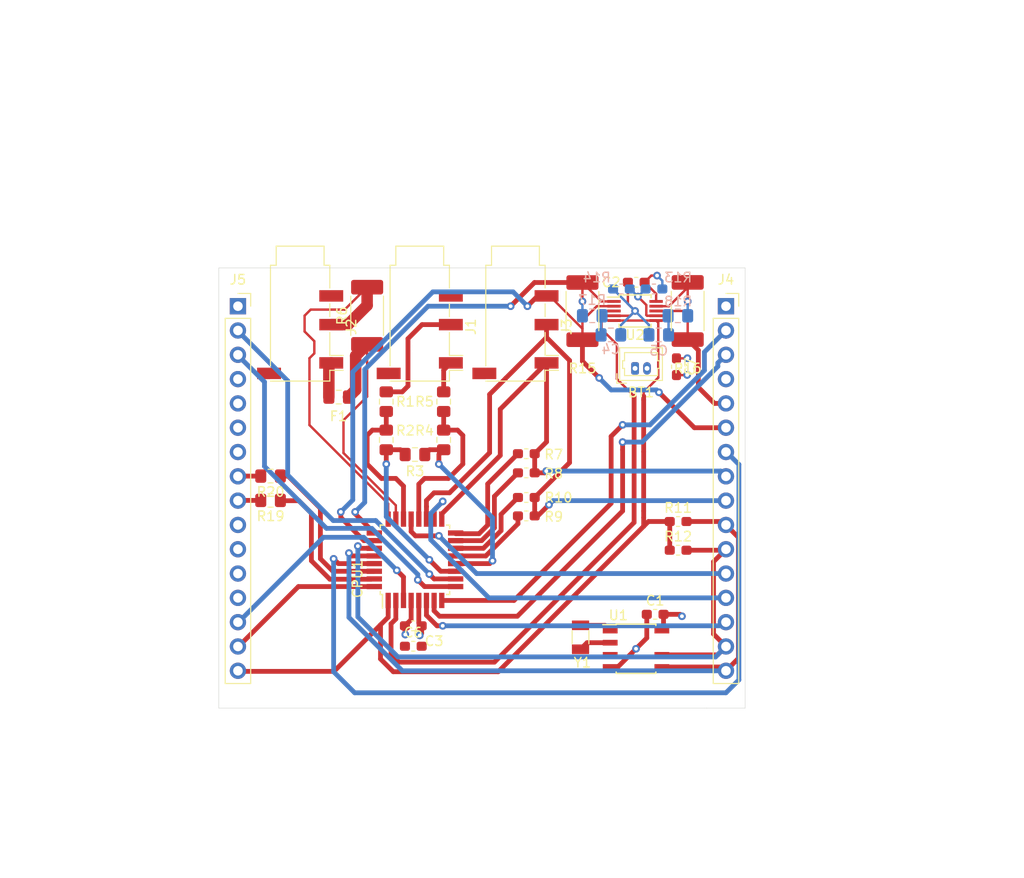
<source format=kicad_pcb>
(kicad_pcb (version 20171130) (host pcbnew "(5.1.6)-1")
  (layers (0 F.Cu signal) (1 In1.Cu signal hide) (2 In2.Cu signal hide) (31 B.Cu signal) (34 B.Paste user hide) (35 F.Paste user hide) (36 B.SilkS user hide) (37 F.SilkS user hide) (38 B.Mask user hide) (39 F.Mask user hide) (44 Edge.Cuts user))
  (net 0 "")
  (net 1 /PD3)
  (net 2 /PD2)
  (net 3 /ADC11)
  (net 4 "Net-(J1-Pad2)")
  (net 5 "Net-(J1-Pad3)")
  (net 6 "Net-(J1-Pad4)")
  (net 7 /ADC2)
  (net 8 /PB1)
  (net 9 /PB2)
  (net 10 /PB3)
  (net 11 /PB4)
  (net 12 "Net-(U1-Pad2)")
  (net 13 "Net-(U1-Pad1)")
  (net 14 /ADC3)
  (net 15 /D1)
  (net 16 /D0)
  (net 17 /RESET)
  (net 18 /SDA)
  (net 19 /SCL)
  (net 20 /ADC1)
  (net 21 /ADC0)
  (net 22 /ADC7)
  (net 23 /SWD)
  (net 24 /ADC6)
  (net 25 /SWC)
  (net 26 /PB0)
  (net 27 /VCC)
  (net 28 /PE4)
  (net 29 /PD4)
  (net 30 "Net-(F1-Pad1)")
  (net 31 /VCC_HALF)
  (net 32 "Net-(R16-Pad2)")
  (net 33 /GND)
  (net 34 "Net-(J1-Pad5)")
  (net 35 "Net-(J2-Pad5)")
  (net 36 "Net-(J3-Pad5)")
  (net 37 "Net-(R13-Pad2)")
  (net 38 "Net-(U1-Pad3)")
  (net 39 /ADC10)
  (net 40 "Net-(J2-Pad2)")
  (net 41 /PD7)
  (net 42 /PD6)
  (net 43 /PD5)
  (net 44 /PB7)
  (net 45 /PB6)
  (net 46 /PE5)
  (net 47 "Net-(C4-Pad2)")
  (net 48 "Net-(C5-Pad2)")
  (net 49 "Net-(CPU1-Pad30)")
  (net 50 "Net-(CPU1-Pad31)")
  (module Capacitor_SMD:C_0603_1608Metric_Pad1.05x0.95mm_HandSolder (layer F.Cu) (at 120.32488 89.535)
    (fp_text reference C6 (at 0 -1.43) (layer F.SilkS))
    (fp_text value 10n)
    (pad 2 smd roundrect (at 0.875 0) (size 1.05 0.95) (layers F.Cu F.Paste F.Mask) (net 33 /GND))
    (pad 1 smd roundrect (at -0.875 0) (size 1.05 0.95) (layers F.Cu F.Paste F.Mask) (net 27 /VCC))
  )
  (module Capacitor_SMD:C_0603_1608Metric_Pad1.05x0.95mm_HandSolder (layer F.Cu) (at 147.828 60.325 270)
    (fp_text reference C7 (at 0 -1.43 270) (layer F.SilkS))
    (fp_text value 10u)
    (pad 1 smd roundrect (at -0.875 0 270) (size 1.05 0.95) (layers F.Cu F.Paste F.Mask) (net 27 /VCC))
    (pad 2 smd roundrect (at 0.875 0 270) (size 1.05 0.95) (layers F.Cu F.Paste F.Mask) (net 33 /GND))
  )
  (module Resistor_SMD:R_0805_2012Metric_Pad1.15x1.40mm_HandSolder (layer F.Cu) (at 105.41 74.295 180)
    (fp_text reference R19 (at 0 -1.65 180) (layer F.SilkS))
    (fp_text value 1k)
    (pad 2 smd roundrect (at 1.025 0 180) (size 1.15 1.4) (layers F.Cu F.Paste F.Mask) (roundrect_rratio 0.217391) (net 15 /D1))
    (pad 1 smd roundrect (at -1.025 0 180) (size 1.15 1.4) (layers F.Cu F.Paste F.Mask) (roundrect_rratio 0.217391) (net 50 "Net-(CPU1-Pad31)"))
  )
  (module Resistor_SMD:R_0805_2012Metric_Pad1.15x1.40mm_HandSolder (layer F.Cu) (at 105.41 71.755 180)
    (fp_text reference R20 (at 0 -1.65 180) (layer F.SilkS))
    (fp_text value 1k)
    (pad 1 smd roundrect (at -1.025 0 180) (size 1.15 1.4) (layers F.Cu F.Paste F.Mask) (roundrect_rratio 0.217391) (net 49 "Net-(CPU1-Pad30)"))
    (pad 2 smd roundrect (at 1.025 0 180) (size 1.15 1.4) (layers F.Cu F.Paste F.Mask) (roundrect_rratio 0.217391) (net 16 /D0))
  )
  (module Resistor_SMD:R_0805_2012Metric_Pad1.15x1.40mm_HandSolder (layer B.Cu) (at 147.975001 55)
    (fp_text reference R18 (at 0.024999 -1.5 180) (layer B.SilkS) (effects (justify mirror)))
    (fp_text value R_Small)
    (pad 2 smd roundrect (at 1.025 0) (size 1.15 1.4) (layers B.Cu B.Paste B.Mask) (roundrect_rratio 0.217391) (net 32 "Net-(R16-Pad2)"))
    (pad 1 smd roundrect (at -1.025 0) (size 1.15 1.4) (layers B.Cu B.Paste B.Mask) (roundrect_rratio 0.217391) (net 48 "Net-(C5-Pad2)"))
  )
  (module Resistor_SMD:R_0805_2012Metric_Pad1.15x1.40mm_HandSolder (layer B.Cu) (at 139.024999 55 180)
    (fp_text reference R17 (at 0 1.65 180) (layer B.SilkS) (effects (justify mirror)))
    (fp_text value R_Small)
    (pad 2 smd roundrect (at 1.025 0 180) (size 1.15 1.4) (layers B.Cu B.Paste B.Mask) (roundrect_rratio 0.217391) (net 7 /ADC2))
    (pad 1 smd roundrect (at -1.025 0 180) (size 1.15 1.4) (layers B.Cu B.Paste B.Mask) (roundrect_rratio 0.217391) (net 47 "Net-(C4-Pad2)"))
  )
  (module Capacitor_SMD:C_0805_2012Metric_Pad1.15x1.40mm_HandSolder (layer B.Cu) (at 145.975 57)
    (fp_text reference C5 (at 0 1.65 180) (layer B.SilkS) (effects (justify mirror)))
    (fp_text value C_Small)
    (pad 2 smd roundrect (at 1.025 0) (size 1.15 1.4) (layers B.Cu B.Paste B.Mask) (roundrect_rratio 0.217391) (net 48 "Net-(C5-Pad2)"))
    (pad 1 smd roundrect (at -1.025 0) (size 1.15 1.4) (layers B.Cu B.Paste B.Mask) (roundrect_rratio 0.217391) (net 33 /GND))
  )
  (module Capacitor_SMD:C_0805_2012Metric_Pad1.15x1.40mm_HandSolder (layer B.Cu) (at 140.975 57 180)
    (fp_text reference C4 (at 0 -1.5 180) (layer B.SilkS) (effects (justify mirror)))
    (fp_text value C_Small)
    (pad 2 smd roundrect (at 1.025 0 180) (size 1.15 1.4) (layers B.Cu B.Paste B.Mask) (roundrect_rratio 0.217391) (net 47 "Net-(C4-Pad2)"))
    (pad 1 smd roundrect (at -1.025 0 180) (size 1.15 1.4) (layers B.Cu B.Paste B.Mask) (roundrect_rratio 0.217391) (net 33 /GND))
  )
  (module Crystal:Crystal_SMD_3215-2Pin_3.2x1.5mm (layer F.Cu) (at 137.8 88.6 270)
    (fp_text reference Y1 (at 2.65 -0.2 180) (layer F.SilkS))
    (fp_text value 32kHz)
    (pad 2 smd rect (at -1.25 0 270) (size 1 1.8) (layers F.Cu F.Paste F.Mask) (net 13 "Net-(U1-Pad1)"))
    (pad 1 smd rect (at 1.25 0 270) (size 1 1.8) (layers F.Cu F.Paste F.Mask) (net 12 "Net-(U1-Pad2)"))
  )
  (module Package_SO:MSOP-10_3x3mm_P0.5mm (layer F.Cu) (at 143.5 54.5)
    (fp_text reference U2 (at 0 2.5) (layer F.SilkS))
    (fp_text value AD8592)
    (pad 10 smd rect (at 2.2 -1) (size 1.4 0.3) (layers F.Cu F.Paste F.Mask) (net 27 /VCC))
    (pad 9 smd rect (at 2.2 -0.5) (size 1.4 0.3) (layers F.Cu F.Paste F.Mask) (net 32 "Net-(R16-Pad2)"))
    (pad 8 smd rect (at 2.2 0) (size 1.4 0.3) (layers F.Cu F.Paste F.Mask) (net 31 /VCC_HALF))
    (pad 7 smd rect (at 2.2 0.5) (size 1.4 0.3) (layers F.Cu F.Paste F.Mask) (net 37 "Net-(R13-Pad2)"))
    (pad 6 smd rect (at 2.2 1) (size 1.4 0.3) (layers F.Cu F.Paste F.Mask) (net 1 /PD3))
    (pad 5 smd rect (at -2.2 1) (size 1.4 0.3) (layers F.Cu F.Paste F.Mask) (net 1 /PD3))
    (pad 4 smd rect (at -2.2 0.5) (size 1.4 0.3) (layers F.Cu F.Paste F.Mask) (net 33 /GND))
    (pad 3 smd rect (at -2.2 0) (size 1.4 0.3) (layers F.Cu F.Paste F.Mask) (net 29 /PD4))
    (pad 2 smd rect (at -2.2 -0.5) (size 1.4 0.3) (layers F.Cu F.Paste F.Mask) (net 14 /ADC3))
    (pad 1 smd rect (at -2.2 -1) (size 1.4 0.3) (layers F.Cu F.Paste F.Mask) (net 7 /ADC2))
  )
  (module Package_SO:SOIC-8-N7_3.9x4.9mm_P1.27mm (layer F.Cu) (at 143.6 89.8)
    (fp_text reference U1 (at -1.85 -3.5) (layer F.SilkS))
    (fp_text value PCF85163-SO08)
    (pad 8 smd rect (at 2.7 -1.905) (size 1.55 0.6) (layers F.Cu F.Paste F.Mask) (net 27 /VCC))
    (pad 6 smd rect (at 2.7 0.635) (size 1.55 0.6) (layers F.Cu F.Paste F.Mask) (net 19 /SCL))
    (pad 5 smd rect (at 2.7 1.905) (size 1.55 0.6) (layers F.Cu F.Paste F.Mask) (net 18 /SDA))
    (pad 4 smd rect (at -2.7 1.905) (size 1.55 0.6) (layers F.Cu F.Paste F.Mask) (net 33 /GND))
    (pad 3 smd rect (at -2.7 0.635) (size 1.55 0.6) (layers F.Cu F.Paste F.Mask) (net 38 "Net-(U1-Pad3)"))
    (pad 2 smd rect (at -2.7 -0.635) (size 1.55 0.6) (layers F.Cu F.Paste F.Mask) (net 12 "Net-(U1-Pad2)"))
    (pad 1 smd rect (at -2.7 -1.905) (size 1.55 0.6) (layers F.Cu F.Paste F.Mask) (net 13 "Net-(U1-Pad1)"))
  )
  (module Resistor_SMD:R_2512_6332Metric_Pad1.52x3.35mm_HandSolder (layer F.Cu) (at 149 54.5 90)
    (fp_text reference R16 (at -6 0 180) (layer F.SilkS))
    (fp_text value 30)
    (pad 2 smd roundrect (at 2.9875 0 90) (size 1.525 3.35) (layers F.Cu F.Paste F.Mask) (roundrect_rratio 0.163934) (net 32 "Net-(R16-Pad2)"))
    (pad 1 smd roundrect (at -2.9875 0 90) (size 1.525 3.35) (layers F.Cu F.Paste F.Mask) (roundrect_rratio 0.163934) (net 31 /VCC_HALF))
  )
  (module Resistor_SMD:R_2512_6332Metric_Pad1.52x3.35mm_HandSolder (layer F.Cu) (at 138 54.5125 90)
    (fp_text reference R15 (at -5.9875 0 180) (layer F.SilkS))
    (fp_text value R)
    (pad 2 smd roundrect (at 2.9875 0 90) (size 1.525 3.35) (layers F.Cu F.Paste F.Mask) (roundrect_rratio 0.163934) (net 7 /ADC2))
    (pad 1 smd roundrect (at -2.9875 0 90) (size 1.525 3.35) (layers F.Cu F.Paste F.Mask) (roundrect_rratio 0.163934) (net 14 /ADC3))
  )
  (module Resistor_SMD:R_0603_1608Metric_Pad1.05x0.95mm_HandSolder (layer B.Cu) (at 142.075 52.2 180)
    (fp_text reference R14 (at 2.575 1.2 180) (layer B.SilkS) (effects (justify mirror)))
    (fp_text value 1M)
    (pad 2 smd roundrect (at 0.875 0 180) (size 1.05 0.95) (layers B.Cu B.Paste B.Mask) (net 33 /GND))
    (pad 1 smd roundrect (at -0.875 0 180) (size 1.05 0.95) (layers B.Cu B.Paste B.Mask) (net 37 "Net-(R13-Pad2)"))
  )
  (module Resistor_SMD:R_0603_1608Metric_Pad1.05x0.95mm_HandSolder (layer B.Cu) (at 145.474999 52.2 180)
    (fp_text reference R13 (at -2.525001 1.2 180) (layer B.SilkS) (effects (justify mirror)))
    (fp_text value 1M)
    (pad 2 smd roundrect (at 0.875 0 180) (size 1.05 0.95) (layers B.Cu B.Paste B.Mask) (net 37 "Net-(R13-Pad2)"))
    (pad 1 smd roundrect (at -0.875 0 180) (size 1.05 0.95) (layers B.Cu B.Paste B.Mask) (net 27 /VCC))
  )
  (module Resistor_SMD:R_0603_1608Metric_Pad1.05x0.95mm_HandSolder (layer F.Cu) (at 148 79.5)
    (fp_text reference R12 (at 0 -1.43) (layer F.SilkS))
    (fp_text value R)
    (pad 2 smd roundrect (at 0.875 0) (size 1.05 0.95) (layers F.Cu F.Paste F.Mask) (net 18 /SDA))
    (pad 1 smd roundrect (at -0.875 0) (size 1.05 0.95) (layers F.Cu F.Paste F.Mask) (net 1 /PD3))
  )
  (module Resistor_SMD:R_0603_1608Metric_Pad1.05x0.95mm_HandSolder (layer F.Cu) (at 148 76.5)
    (fp_text reference R11 (at 0 -1.43) (layer F.SilkS))
    (fp_text value R)
    (pad 2 smd roundrect (at 0.875 0) (size 1.05 0.95) (layers F.Cu F.Paste F.Mask) (net 19 /SCL))
    (pad 1 smd roundrect (at -0.875 0) (size 1.05 0.95) (layers F.Cu F.Paste F.Mask) (net 1 /PD3))
  )
  (module Capacitor_SMD:C_0603_1608Metric_Pad1.05x0.95mm_HandSolder (layer F.Cu) (at 120.325 87.4)
    (fp_text reference C3 (at 2.175 1.6) (layer F.SilkS))
    (fp_text value 100n)
    (pad 2 smd roundrect (at 0.875 0) (size 1.05 0.95) (layers F.Cu F.Paste F.Mask) (net 33 /GND))
    (pad 1 smd roundrect (at -0.875 0) (size 1.05 0.95) (layers F.Cu F.Paste F.Mask) (net 27 /VCC))
  )
  (module Capacitor_SMD:C_0603_1608Metric_Pad1.05x0.95mm_HandSolder (layer F.Cu) (at 143.625001 51.5 180)
    (fp_text reference C2 (at 2.625001 0) (layer F.SilkS))
    (fp_text value 100n)
    (pad 2 smd roundrect (at 0.875 0 180) (size 1.05 0.95) (layers F.Cu F.Paste F.Mask) (net 33 /GND))
    (pad 1 smd roundrect (at -0.875 0 180) (size 1.05 0.95) (layers F.Cu F.Paste F.Mask) (net 27 /VCC))
  )
  (module Capacitor_SMD:C_0603_1608Metric_Pad1.05x0.95mm_HandSolder (layer F.Cu) (at 145.6 86.2)
    (fp_text reference C1 (at 0 -1.43) (layer F.SilkS))
    (fp_text value 100n)
    (pad 2 smd roundrect (at 0.875 0) (size 1.05 0.95) (layers F.Cu F.Paste F.Mask) (net 27 /VCC))
    (pad 1 smd roundrect (at -0.875 0) (size 1.05 0.95) (layers F.Cu F.Paste F.Mask) (net 33 /GND))
  )
  (module Multimeter_Watch_Custom_Footprints:Jack_3.5mm_PJ320D_Horizontal_renamedPins (layer F.Cu) (at 108.5 56.1 270)
    (fp_text reference J2 (at 0.05 -5.35 90) (layer F.SilkS))
    (fp_text value AudioJack3_Ground_renamedPins)
    (pad "" np_thru_hole circle (at 2.225 0 270) (size 1.5 1.5) (drill 1.5) (layers *.Cu *.Mask))
    (pad "" np_thru_hole circle (at -4.775 0 270) (size 1.5 1.5) (drill 1.5) (layers *.Cu *.Mask))
    (pad 2 smd rect (at -3.175 -3.25 270) (size 1.2 2.5) (layers F.Cu F.Paste F.Mask) (net 40 "Net-(J2-Pad2)"))
    (pad 3 smd rect (at -0.175 -3.25 270) (size 1.2 2.5) (layers F.Cu F.Paste F.Mask) (net 20 /ADC1))
    (pad 4 smd rect (at 3.825 -3.25 270) (size 1.2 2.5) (layers F.Cu F.Paste F.Mask) (net 30 "Net-(F1-Pad1)"))
    (pad 5 smd rect (at 4.925 3.25 270) (size 1.2 2.5) (layers F.Cu F.Paste F.Mask) (net 35 "Net-(J2-Pad5)"))
  )
  (module Package_QFP:TQFP-32_7x7mm_P0.8mm (layer F.Cu) (at 120.5 80.5 90)
    (fp_text reference CPU1 (at -2 -6 90) (layer F.SilkS))
    (fp_text value LGT8F328P-QFP32L)
    (pad 32 smd rect (at -2.8 -4.25 180) (size 1.6 0.55) (layers F.Cu F.Paste F.Mask) (net 2 /PD2))
    (pad 31 smd rect (at -2 -4.25 180) (size 1.6 0.55) (layers F.Cu F.Paste F.Mask) (net 50 "Net-(CPU1-Pad31)"))
    (pad 30 smd rect (at -1.2 -4.25 180) (size 1.6 0.55) (layers F.Cu F.Paste F.Mask) (net 49 "Net-(CPU1-Pad30)"))
    (pad 29 smd rect (at -0.4 -4.25 180) (size 1.6 0.55) (layers F.Cu F.Paste F.Mask) (net 17 /RESET))
    (pad 28 smd rect (at 0.4 -4.25 180) (size 1.6 0.55) (layers F.Cu F.Paste F.Mask) (net 18 /SDA))
    (pad 27 smd rect (at 1.2 -4.25 180) (size 1.6 0.55) (layers F.Cu F.Paste F.Mask) (net 19 /SCL))
    (pad 26 smd rect (at 2 -4.25 180) (size 1.6 0.55) (layers F.Cu F.Paste F.Mask) (net 14 /ADC3))
    (pad 25 smd rect (at 2.8 -4.25 180) (size 1.6 0.55) (layers F.Cu F.Paste F.Mask) (net 7 /ADC2))
    (pad 24 smd rect (at 4.25 -2.8 90) (size 1.6 0.55) (layers F.Cu F.Paste F.Mask) (net 20 /ADC1))
    (pad 23 smd rect (at 4.25 -2 90) (size 1.6 0.55) (layers F.Cu F.Paste F.Mask) (net 21 /ADC0))
    (pad 22 smd rect (at 4.25 -1.2 90) (size 1.6 0.55) (layers F.Cu F.Paste F.Mask) (net 22 /ADC7))
    (pad 21 smd rect (at 4.25 -0.4 90) (size 1.6 0.55) (layers F.Cu F.Paste F.Mask) (net 23 /SWD))
    (pad 20 smd rect (at 4.25 0.4 90) (size 1.6 0.55) (layers F.Cu F.Paste F.Mask) (net 39 /ADC10))
    (pad 19 smd rect (at 4.25 1.2 90) (size 1.6 0.55) (layers F.Cu F.Paste F.Mask) (net 24 /ADC6))
    (pad 18 smd rect (at 4.25 2 90) (size 1.6 0.55) (layers F.Cu F.Paste F.Mask) (net 25 /SWC))
    (pad 17 smd rect (at 4.25 2.8 90) (size 1.6 0.55) (layers F.Cu F.Paste F.Mask) (net 3 /ADC11))
    (pad 16 smd rect (at 2.8 4.25 180) (size 1.6 0.55) (layers F.Cu F.Paste F.Mask) (net 11 /PB4))
    (pad 15 smd rect (at 2 4.25 180) (size 1.6 0.55) (layers F.Cu F.Paste F.Mask) (net 10 /PB3))
    (pad 14 smd rect (at 1.2 4.25 180) (size 1.6 0.55) (layers F.Cu F.Paste F.Mask) (net 9 /PB2))
    (pad 13 smd rect (at 0.4 4.25 180) (size 1.6 0.55) (layers F.Cu F.Paste F.Mask) (net 8 /PB1))
    (pad 12 smd rect (at -0.4 4.25 180) (size 1.6 0.55) (layers F.Cu F.Paste F.Mask) (net 26 /PB0))
    (pad 11 smd rect (at -1.2 4.25 180) (size 1.6 0.55) (layers F.Cu F.Paste F.Mask) (net 41 /PD7))
    (pad 10 smd rect (at -2 4.25 180) (size 1.6 0.55) (layers F.Cu F.Paste F.Mask) (net 42 /PD6))
    (pad 9 smd rect (at -2.8 4.25 180) (size 1.6 0.55) (layers F.Cu F.Paste F.Mask) (net 43 /PD5))
    (pad 8 smd rect (at -4.25 2.8 90) (size 1.6 0.55) (layers F.Cu F.Paste F.Mask) (net 44 /PB7))
    (pad 7 smd rect (at -4.25 2 90) (size 1.6 0.55) (layers F.Cu F.Paste F.Mask) (net 45 /PB6))
    (pad 6 smd rect (at -4.25 1.2 90) (size 1.6 0.55) (layers F.Cu F.Paste F.Mask) (net 46 /PE5))
    (pad 5 smd rect (at -4.25 0.4 90) (size 1.6 0.55) (layers F.Cu F.Paste F.Mask) (net 33 /GND))
    (pad 4 smd rect (at -4.25 -0.4 90) (size 1.6 0.55) (layers F.Cu F.Paste F.Mask) (net 27 /VCC))
    (pad 3 smd rect (at -4.25 -1.2 90) (size 1.6 0.55) (layers F.Cu F.Paste F.Mask) (net 28 /PE4))
    (pad 2 smd rect (at -4.25 -2 90) (size 1.6 0.55) (layers F.Cu F.Paste F.Mask) (net 29 /PD4))
    (pad 1 smd rect (at -4.25 -2.8 90) (size 1.6 0.55) (layers F.Cu F.Paste F.Mask) (net 1 /PD3))
  )
  (module Connector_Molex:Molex_PicoBlade_53047-0210_1x02_P1.25mm_Vertical (layer F.Cu) (at 143.5 60.5)
    (fp_text reference BT1 (at 0.62 2.5) (layer F.SilkS))
    (fp_text value "Some Li-Po?")
    (pad 2 thru_hole oval (at 1.25 0) (size 0.8 1.3) (drill 0.5) (layers *.Cu *.Mask) (net 33 /GND))
    (pad 1 thru_hole roundrect (at 0 0) (size 0.8 1.3) (drill 0.5) (layers *.Cu *.Mask) (net 27 /VCC))
  )
  (module Resistor_SMD:R_0603_1608Metric_Pad1.05x0.95mm_HandSolder (layer F.Cu) (at 132.13604 73.989593 180)
    (fp_text reference R10 (at -3.36396 -0.010407) (layer F.SilkS))
    (fp_text value 680)
    (pad 2 smd roundrect (at 0.875 0 180) (size 1.05 0.95) (layers F.Cu F.Paste F.Mask) (net 9 /PB2))
    (pad 1 smd roundrect (at -0.875 0 180) (size 1.05 0.95) (layers F.Cu F.Paste F.Mask) (net 24 /ADC6))
  )
  (module Resistor_SMD:R_0603_1608Metric_Pad1.05x0.95mm_HandSolder (layer F.Cu) (at 132.136039 75.914213 180)
    (fp_text reference R9 (at -2.863961 -0.085787) (layer F.SilkS))
    (fp_text value 470k)
    (pad 2 smd roundrect (at 0.875 0 180) (size 1.05 0.95) (layers F.Cu F.Paste F.Mask) (net 8 /PB1))
    (pad 1 smd roundrect (at -0.875 0 180) (size 1.05 0.95) (layers F.Cu F.Paste F.Mask) (net 24 /ADC6))
  )
  (module Resistor_SMD:R_0603_1608Metric_Pad1.05x0.95mm_HandSolder (layer F.Cu) (at 132.13604 71.414214)
    (fp_text reference R8 (at 2.86396 0.085786) (layer F.SilkS))
    (fp_text value 680)
    (pad 2 smd roundrect (at 0.875 0) (size 1.05 0.95) (layers F.Cu F.Paste F.Mask) (net 3 /ADC11))
    (pad 1 smd roundrect (at -0.875 0) (size 1.05 0.95) (layers F.Cu F.Paste F.Mask) (net 10 /PB3))
  )
  (module Resistor_SMD:R_0603_1608Metric_Pad1.05x0.95mm_HandSolder (layer F.Cu) (at 132.136039 69.414214)
    (fp_text reference R7 (at 2.863961 0.085786) (layer F.SilkS))
    (fp_text value 470k)
    (pad 2 smd roundrect (at 0.875 0) (size 1.05 0.95) (layers F.Cu F.Paste F.Mask) (net 3 /ADC11))
    (pad 1 smd roundrect (at -0.875 0) (size 1.05 0.95) (layers F.Cu F.Paste F.Mask) (net 11 /PB4))
  )
  (module Resistor_SMD:R_2512_6332Metric_Pad1.52x3.35mm_HandSolder (layer F.Cu) (at 115.5 55 90)
    (fp_text reference R6 (at 0 -2.62 90) (layer F.SilkS))
    (fp_text value R_shunt)
    (pad 2 smd roundrect (at 2.9875 0 90) (size 1.525 3.35) (layers F.Cu F.Paste F.Mask) (roundrect_rratio 0.163934) (net 20 /ADC1))
    (pad 1 smd roundrect (at -2.9875 0 90) (size 1.525 3.35) (layers F.Cu F.Paste F.Mask) (roundrect_rratio 0.163934) (net 21 /ADC0))
  )
  (module Resistor_SMD:R_0805_2012Metric_Pad1.15x1.40mm_HandSolder (layer F.Cu) (at 117.5 63.975001 270)
    (fp_text reference R1 (at 0 -2 180) (layer F.SilkS))
    (fp_text value R)
    (pad 2 smd roundrect (at 1.025 0 270) (size 1.15 1.4) (layers F.Cu F.Paste F.Mask) (roundrect_rratio 0.217391) (net 22 /ADC7))
    (pad 1 smd roundrect (at -1.025 0 270) (size 1.15 1.4) (layers F.Cu F.Paste F.Mask) (roundrect_rratio 0.217391) (net 5 "Net-(J1-Pad3)"))
  )
  (module Resistor_SMD:R_0805_2012Metric_Pad1.15x1.40mm_HandSolder (layer F.Cu) (at 123.5 63.975001 90)
    (fp_text reference R5 (at 0 -2 180) (layer F.SilkS))
    (fp_text value R)
    (pad 2 smd roundrect (at 1.025 0 90) (size 1.15 1.4) (layers F.Cu F.Paste F.Mask) (roundrect_rratio 0.217391) (net 6 "Net-(J1-Pad4)"))
    (pad 1 smd roundrect (at -1.025 0 90) (size 1.15 1.4) (layers F.Cu F.Paste F.Mask) (roundrect_rratio 0.217391) (net 39 /ADC10))
  )
  (module Resistor_SMD:R_0805_2012Metric_Pad1.15x1.40mm_HandSolder (layer F.Cu) (at 123.5 67.975 90)
    (fp_text reference R4 (at 0.975 -2 180) (layer F.SilkS))
    (fp_text value R)
    (pad 2 smd roundrect (at 1.025 0 90) (size 1.15 1.4) (layers F.Cu F.Paste F.Mask) (roundrect_rratio 0.217391) (net 39 /ADC10))
    (pad 1 smd roundrect (at -1.025 0 90) (size 1.15 1.4) (layers F.Cu F.Paste F.Mask) (roundrect_rratio 0.217391) (net 26 /PB0))
  )
  (module Resistor_SMD:R_0805_2012Metric_Pad1.15x1.40mm_HandSolder (layer F.Cu) (at 120.5 69.5)
    (fp_text reference R3 (at 0 1.75) (layer F.SilkS))
    (fp_text value R)
    (pad 2 smd roundrect (at 1.025 0) (size 1.15 1.4) (layers F.Cu F.Paste F.Mask) (roundrect_rratio 0.217391) (net 26 /PB0))
    (pad 1 smd roundrect (at -1.025 0) (size 1.15 1.4) (layers F.Cu F.Paste F.Mask) (roundrect_rratio 0.217391) (net 41 /PD7))
  )
  (module Resistor_SMD:R_0805_2012Metric_Pad1.15x1.40mm_HandSolder (layer F.Cu) (at 117.5 67.975 270)
    (fp_text reference R2 (at -0.975 -2 180) (layer F.SilkS))
    (fp_text value R)
    (pad 2 smd roundrect (at 1.025 0 270) (size 1.15 1.4) (layers F.Cu F.Paste F.Mask) (roundrect_rratio 0.217391) (net 41 /PD7))
    (pad 1 smd roundrect (at -1.025 0 270) (size 1.15 1.4) (layers F.Cu F.Paste F.Mask) (roundrect_rratio 0.217391) (net 22 /ADC7))
  )
  (module Fuse:Fuse_0805_2012Metric_Pad1.15x1.40mm_HandSolder (layer F.Cu) (at 112.525 63.5)
    (fp_text reference F1 (at -0.025 2) (layer F.SilkS))
    (fp_text value Fuse)
    (pad 2 smd roundrect (at 1.025 0) (size 1.15 1.4) (layers F.Cu F.Paste F.Mask) (roundrect_rratio 0.217391) (net 21 /ADC0))
    (pad 1 smd roundrect (at -1.025 0) (size 1.15 1.4) (layers F.Cu F.Paste F.Mask) (roundrect_rratio 0.217391) (net 30 "Net-(F1-Pad1)"))
  )
  (module Connector_PinSocket_2.54mm:PinSocket_1x16_P2.54mm_Vertical (layer F.Cu) (at 102 54)
    (fp_text reference J5 (at 0 -2.77) (layer F.SilkS))
    (fp_text value Conn_01x16_Female)
    (pad 16 thru_hole oval (at 0 38.1) (size 1.7 1.7) (drill 1) (layers *.Cu *.Mask) (net 1 /PD3))
    (pad 15 thru_hole oval (at 0 35.56) (size 1.7 1.7) (drill 1) (layers *.Cu *.Mask) (net 2 /PD2))
    (pad 14 thru_hole oval (at 0 33.02) (size 1.7 1.7) (drill 1) (layers *.Cu *.Mask) (net 28 /PE4))
    (pad 13 thru_hole oval (at 0 30.48) (size 1.7 1.7) (drill 1) (layers *.Cu *.Mask) (net 33 /GND))
    (pad 12 thru_hole oval (at 0 27.94) (size 1.7 1.7) (drill 1) (layers *.Cu *.Mask) (net 33 /GND))
    (pad 11 thru_hole oval (at 0 25.4) (size 1.7 1.7) (drill 1) (layers *.Cu *.Mask) (net 33 /GND))
    (pad 10 thru_hole oval (at 0 22.86) (size 1.7 1.7) (drill 1) (layers *.Cu *.Mask) (net 33 /GND))
    (pad 9 thru_hole oval (at 0 20.32) (size 1.7 1.7) (drill 1) (layers *.Cu *.Mask) (net 15 /D1))
    (pad 8 thru_hole oval (at 0 17.78) (size 1.7 1.7) (drill 1) (layers *.Cu *.Mask) (net 16 /D0))
    (pad 7 thru_hole oval (at 0 15.24) (size 1.7 1.7) (drill 1) (layers *.Cu *.Mask) (net 27 /VCC))
    (pad 6 thru_hole oval (at 0 12.7) (size 1.7 1.7) (drill 1) (layers *.Cu *.Mask) (net 27 /VCC))
    (pad 5 thru_hole oval (at 0 10.16) (size 1.7 1.7) (drill 1) (layers *.Cu *.Mask) (net 27 /VCC))
    (pad 4 thru_hole oval (at 0 7.62) (size 1.7 1.7) (drill 1) (layers *.Cu *.Mask) (net 27 /VCC))
    (pad 3 thru_hole oval (at 0 5.08) (size 1.7 1.7) (drill 1) (layers *.Cu *.Mask) (net 43 /PD5))
    (pad 2 thru_hole oval (at 0 2.54) (size 1.7 1.7) (drill 1) (layers *.Cu *.Mask) (net 42 /PD6))
    (pad 1 thru_hole rect (at 0 0) (size 1.7 1.7) (drill 1) (layers *.Cu *.Mask) (net 33 /GND))
  )
  (module Connector_PinSocket_2.54mm:PinSocket_1x16_P2.54mm_Vertical (layer F.Cu) (at 153 54)
    (fp_text reference J4 (at 0 -2.77) (layer F.SilkS))
    (fp_text value Conn_01x16_Female)
    (pad 16 thru_hole oval (at 0 38.1) (size 1.7 1.7) (drill 1) (layers *.Cu *.Mask) (net 18 /SDA))
    (pad 15 thru_hole oval (at 0 35.56) (size 1.7 1.7) (drill 1) (layers *.Cu *.Mask) (net 19 /SCL))
    (pad 14 thru_hole oval (at 0 33.02) (size 1.7 1.7) (drill 1) (layers *.Cu *.Mask) (net 46 /PE5))
    (pad 13 thru_hole oval (at 0 30.48) (size 1.7 1.7) (drill 1) (layers *.Cu *.Mask) (net 25 /SWC))
    (pad 12 thru_hole oval (at 0 27.94) (size 1.7 1.7) (drill 1) (layers *.Cu *.Mask) (net 23 /SWD))
    (pad 11 thru_hole oval (at 0 25.4) (size 1.7 1.7) (drill 1) (layers *.Cu *.Mask) (net 18 /SDA))
    (pad 10 thru_hole oval (at 0 22.86) (size 1.7 1.7) (drill 1) (layers *.Cu *.Mask) (net 19 /SCL))
    (pad 9 thru_hole oval (at 0 20.32) (size 1.7 1.7) (drill 1) (layers *.Cu *.Mask) (net 24 /ADC6))
    (pad 8 thru_hole oval (at 0 17.78) (size 1.7 1.7) (drill 1) (layers *.Cu *.Mask) (net 3 /ADC11))
    (pad 7 thru_hole oval (at 0 15.24) (size 1.7 1.7) (drill 1) (layers *.Cu *.Mask) (net 17 /RESET))
    (pad 6 thru_hole oval (at 0 12.7) (size 1.7 1.7) (drill 1) (layers *.Cu *.Mask) (net 14 /ADC3))
    (pad 5 thru_hole oval (at 0 10.16) (size 1.7 1.7) (drill 1) (layers *.Cu *.Mask) (net 31 /VCC_HALF))
    (pad 4 thru_hole oval (at 0 7.62) (size 1.7 1.7) (drill 1) (layers *.Cu *.Mask) (net 33 /GND))
    (pad 3 thru_hole oval (at 0 5.08) (size 1.7 1.7) (drill 1) (layers *.Cu *.Mask) (net 45 /PB6))
    (pad 2 thru_hole oval (at 0 2.54) (size 1.7 1.7) (drill 1) (layers *.Cu *.Mask) (net 44 /PB7))
    (pad 1 thru_hole rect (at 0 0) (size 1.7 1.7) (drill 1) (layers *.Cu *.Mask) (net 27 /VCC))
  )
  (module Multimeter_Watch_Custom_Footprints:Jack_3.5mm_PJ320D_Horizontal_renamedPins (layer F.Cu) (at 131 56.1 270)
    (fp_text reference J3 (at 0.05 -5.35 90) (layer F.SilkS))
    (fp_text value AudioJack3_Ground_renamedPins)
    (pad "" np_thru_hole circle (at 2.225 0 270) (size 1.5 1.5) (drill 1.5) (layers *.Cu *.Mask))
    (pad "" np_thru_hole circle (at -4.775 0 270) (size 1.5 1.5) (drill 1.5) (layers *.Cu *.Mask))
    (pad 2 smd rect (at -3.175 -3.25 270) (size 1.2 2.5) (layers F.Cu F.Paste F.Mask) (net 14 /ADC3))
    (pad 3 smd rect (at -0.175 -3.25 270) (size 1.2 2.5) (layers F.Cu F.Paste F.Mask) (net 24 /ADC6))
    (pad 4 smd rect (at 3.825 -3.25 270) (size 1.2 2.5) (layers F.Cu F.Paste F.Mask) (net 3 /ADC11))
    (pad 5 smd rect (at 4.925 3.25 270) (size 1.2 2.5) (layers F.Cu F.Paste F.Mask) (net 36 "Net-(J3-Pad5)"))
  )
  (module Multimeter_Watch_Custom_Footprints:Jack_3.5mm_PJ320D_Horizontal_renamedPins (layer F.Cu) (at 121 56.1 270)
    (fp_text reference J1 (at 0.05 -5.35 90) (layer F.SilkS))
    (fp_text value AudioJack3_Ground_renamedPins)
    (pad "" np_thru_hole circle (at 2.225 0 270) (size 1.5 1.5) (drill 1.5) (layers *.Cu *.Mask))
    (pad "" np_thru_hole circle (at -4.775 0 270) (size 1.5 1.5) (drill 1.5) (layers *.Cu *.Mask))
    (pad 2 smd rect (at -3.175 -3.25 270) (size 1.2 2.5) (layers F.Cu F.Paste F.Mask) (net 4 "Net-(J1-Pad2)"))
    (pad 3 smd rect (at -0.175 -3.25 270) (size 1.2 2.5) (layers F.Cu F.Paste F.Mask) (net 5 "Net-(J1-Pad3)"))
    (pad 4 smd rect (at 3.825 -3.25 270) (size 1.2 2.5) (layers F.Cu F.Paste F.Mask) (net 6 "Net-(J1-Pad4)"))
    (pad 5 smd rect (at 4.925 3.25 270) (size 1.2 2.5) (layers F.Cu F.Paste F.Mask) (net 34 "Net-(J1-Pad5)"))
  )
  (gr_line (start 155 96) (end 151 96) (layer Edge.Cuts) (width 0.05))
  (gr_line (start 155 50) (end 155 96) (layer Edge.Cuts) (width 0.05))
  (gr_line (start 100 96) (end 151 96) (layer Edge.Cuts) (width 0.05))
  (gr_line (start 100 50) (end 100 96) (layer Edge.Cuts) (width 0.05))
  (gr_line (start 155 50) (end 100 50) (layer Edge.Cuts) (width 0.05))
  (segment (start 117.7 84.75) (end 117.7 86.5) (width 0.5) (layer F.Cu) (net 1))
  (segment (start 112.04 92.16) (end 102 92.16) (width 0.5) (layer F.Cu) (net 1))
  (segment (start 144.4 63.8) (end 144.4 63.4) (width 0.5) (layer F.Cu) (net 1))
  (segment (start 144.4 69.2) (end 144.4 63.8) (width 0.5) (layer F.Cu) (net 1))
  (segment (start 116.9 87.3) (end 112.04 92.16) (width 0.5) (layer F.Cu) (net 1))
  (segment (start 117.7 86.5) (end 116.9 87.3) (width 0.5) (layer F.Cu) (net 1))
  (segment (start 141.7 55.5) (end 145.7 55.5) (width 0.25) (layer F.Cu) (net 1))
  (segment (start 141.3 55.5) (end 141.7 55.5) (width 0.25) (layer F.Cu) (net 1))
  (segment (start 145.923 55.723) (end 145.7 55.5) (width 0.25) (layer F.Cu) (net 1))
  (segment (start 145.923 61.468) (end 145.923 55.723) (width 0.25) (layer F.Cu) (net 1))
  (segment (start 144.4 63.4) (end 144.4 62.991) (width 0.25) (layer F.Cu) (net 1))
  (segment (start 144.4 62.991) (end 145.923 61.468) (width 0.25) (layer F.Cu) (net 1))
  (segment (start 144.5 75.5) (end 144.4 75.4) (width 0.25) (layer F.Cu) (net 1))
  (segment (start 144.4 75.4) (end 144.4 69.2) (width 0.5) (layer F.Cu) (net 1))
  (segment (start 144.4 76.1) (end 144.4 75.4) (width 0.5) (layer F.Cu) (net 1))
  (segment (start 144.4 77) (end 144.4 76.1) (width 0.5) (layer F.Cu) (net 1))
  (segment (start 144.9 76.5) (end 144.4 77) (width 0.5) (layer F.Cu) (net 1))
  (segment (start 147.125 76.5) (end 144.9 76.5) (width 0.5) (layer F.Cu) (net 1))
  (segment (start 147.125 79.5) (end 147.125 76.5) (width 0.5) (layer F.Cu) (net 1))
  (segment (start 129.2 92.2) (end 144.4 77) (width 0.5) (layer F.Cu) (net 1))
  (segment (start 118.235 92.2) (end 129.2 92.2) (width 0.5) (layer F.Cu) (net 1))
  (segment (start 116.9 87.3) (end 116.9 90.865) (width 0.5) (layer F.Cu) (net 1))
  (segment (start 116.9 90.865) (end 118.235 92.2) (width 0.5) (layer F.Cu) (net 1))
  (segment (start 108.32 83.3) (end 102 89.62) (width 0.5) (layer F.Cu) (net 2))
  (segment (start 116.25 83.3) (end 108.32 83.3) (width 0.5) (layer F.Cu) (net 2))
  (segment (start 133.01104 69.414215) (end 133.011039 69.414214) (width 0.5) (layer F.Cu) (net 3))
  (segment (start 133.01104 71.414214) (end 133.01104 69.414215) (width 0.5) (layer F.Cu) (net 3))
  (segment (start 134.25 68.175253) (end 133.011039 69.414214) (width 0.5) (layer F.Cu) (net 3))
  (segment (start 134.25 59.925) (end 134.25 68.175253) (width 0.5) (layer F.Cu) (net 3))
  (via (at 134.222266 71.229425) (size 0.8) (drill 0.4) (layers F.Cu B.Cu) (net 3))
  (segment (start 133.01104 71.414214) (end 134.037477 71.414214) (width 0.5) (layer F.Cu) (net 3))
  (segment (start 134.037477 71.414214) (end 134.222266 71.229425) (width 0.5) (layer F.Cu) (net 3))
  (segment (start 152.449425 71.229425) (end 153 71.78) (width 0.5) (layer B.Cu) (net 3))
  (segment (start 134.222266 71.229425) (end 152.449425 71.229425) (width 0.5) (layer B.Cu) (net 3))
  (segment (start 130.70001 63.47499) (end 134.25 59.925) (width 0.5) (layer F.Cu) (net 3))
  (segment (start 129.413 64.762) (end 130.70001 63.47499) (width 0.5) (layer F.Cu) (net 3))
  (segment (start 129.413 69.596) (end 129.413 64.762) (width 0.5) (layer F.Cu) (net 3))
  (segment (start 123.3 76.25) (end 123.3 75.709) (width 0.5) (layer F.Cu) (net 3))
  (segment (start 123.3 75.709) (end 129.413 69.596) (width 0.5) (layer F.Cu) (net 3))
  (segment (start 121.24 55.925) (end 124.25 55.925) (width 0.5) (layer F.Cu) (net 5))
  (segment (start 119.769992 57.395008) (end 121.24 55.925) (width 0.5) (layer F.Cu) (net 5))
  (segment (start 119.769992 62.348008) (end 119.769992 57.395008) (width 0.5) (layer F.Cu) (net 5))
  (segment (start 117.5 62.950001) (end 119.167999 62.950001) (width 0.5) (layer F.Cu) (net 5))
  (segment (start 119.167999 62.950001) (end 119.769992 62.348008) (width 0.5) (layer F.Cu) (net 5))
  (segment (start 123.5 60.675) (end 124.25 59.925) (width 0.5) (layer F.Cu) (net 6))
  (segment (start 123.5 62.950001) (end 123.5 60.675) (width 0.5) (layer F.Cu) (net 6))
  (segment (start 139.975 53.5) (end 138 51.525) (width 0.25) (layer F.Cu) (net 7))
  (segment (start 141.3 53.5) (end 139.975 53.5) (width 0.25) (layer F.Cu) (net 7))
  (via (at 138 53.5) (size 0.8) (drill 0.4) (layers F.Cu B.Cu) (net 7))
  (segment (start 138 51.525) (end 138 53.5) (width 0.25) (layer F.Cu) (net 7))
  (segment (start 138 54.999999) (end 137.999999 55) (width 0.25) (layer B.Cu) (net 7))
  (segment (start 138 53.5) (end 138 54.999999) (width 0.25) (layer B.Cu) (net 7))
  (segment (start 132.989998 51.525) (end 131.514998 53) (width 0.5) (layer F.Cu) (net 7))
  (segment (start 138 51.525) (end 132.989998 51.525) (width 0.5) (layer F.Cu) (net 7))
  (via (at 130.5 54) (size 0.8) (drill 0.4) (layers F.Cu B.Cu) (net 7))
  (segment (start 131.514998 53) (end 131.5 53) (width 0.5) (layer F.Cu) (net 7))
  (segment (start 131.5 53) (end 130.5 54) (width 0.5) (layer F.Cu) (net 7))
  (segment (start 121.863588 54) (end 115.25 60.613588) (width 0.5) (layer B.Cu) (net 7))
  (segment (start 130.5 54) (end 121.863588 54) (width 0.5) (layer B.Cu) (net 7))
  (via (at 114.25 75.5) (size 0.8) (drill 0.4) (layers F.Cu B.Cu) (net 7))
  (segment (start 115.25 60.613588) (end 115.25 74.5) (width 0.5) (layer B.Cu) (net 7))
  (segment (start 115.25 74.5) (end 114.25 75.5) (width 0.5) (layer B.Cu) (net 7))
  (segment (start 114.25 75.7) (end 116.25 77.7) (width 0.5) (layer F.Cu) (net 7))
  (segment (start 114.25 75.5) (end 114.25 75.7) (width 0.5) (layer F.Cu) (net 7))
  (segment (start 131.261039 75.914213) (end 131.261039 76.738961) (width 0.5) (layer F.Cu) (net 8))
  (segment (start 127.9 80.1) (end 124.75 80.1) (width 0.5) (layer F.Cu) (net 8))
  (segment (start 131.261039 76.738961) (end 127.9 80.1) (width 0.5) (layer F.Cu) (net 8))
  (segment (start 124.75 79.3) (end 127.651088 79.3) (width 0.5) (layer F.Cu) (net 9))
  (segment (start 127.651088 79.3) (end 129.5 77.451088) (width 0.5) (layer F.Cu) (net 9))
  (segment (start 129.5 75.750633) (end 131.26104 73.989593) (width 0.5) (layer F.Cu) (net 9))
  (segment (start 129.5 77.451088) (end 129.5 75.750633) (width 0.5) (layer F.Cu) (net 9))
  (segment (start 124.75 78.5) (end 127.461126 78.5) (width 0.5) (layer F.Cu) (net 10))
  (segment (start 128.79999 73.875264) (end 131.26104 71.414214) (width 0.5) (layer F.Cu) (net 10))
  (segment (start 128.79999 77.161136) (end 128.79999 73.875264) (width 0.5) (layer F.Cu) (net 10))
  (segment (start 127.461126 78.5) (end 128.79999 77.161136) (width 0.5) (layer F.Cu) (net 10))
  (segment (start 124.774999 77.774999) (end 127.196165 77.774999) (width 0.5) (layer F.Cu) (net 11))
  (segment (start 124.75 77.7) (end 124.75 77.75) (width 0.5) (layer F.Cu) (net 11))
  (segment (start 124.75 77.75) (end 124.774999 77.774999) (width 0.5) (layer F.Cu) (net 11))
  (segment (start 128.09998 72.575273) (end 131.261039 69.414214) (width 0.5) (layer F.Cu) (net 11))
  (segment (start 128.09998 76.871184) (end 128.09998 72.575273) (width 0.5) (layer F.Cu) (net 11))
  (segment (start 127.196165 77.774999) (end 128.09998 76.871184) (width 0.5) (layer F.Cu) (net 11))
  (segment (start 138.485 89.165) (end 140.9 89.165) (width 0.5) (layer F.Cu) (net 12))
  (segment (start 137.8 89.85) (end 138.485 89.165) (width 0.5) (layer F.Cu) (net 12))
  (segment (start 140.355 87.35) (end 140.9 87.895) (width 0.5) (layer F.Cu) (net 13))
  (segment (start 137.8 87.35) (end 140.355 87.35) (width 0.5) (layer F.Cu) (net 13))
  (segment (start 138 56.35) (end 138 57.5) (width 0.25) (layer F.Cu) (net 14))
  (segment (start 134.575 52.925) (end 138 56.35) (width 0.25) (layer F.Cu) (net 14))
  (segment (start 134.25 52.925) (end 134.575 52.925) (width 0.25) (layer F.Cu) (net 14))
  (segment (start 138 55.5) (end 138 56.35) (width 0.25) (layer F.Cu) (net 14))
  (segment (start 141.3 54) (end 139.5 54) (width 0.25) (layer F.Cu) (net 14))
  (segment (start 139.5 54) (end 138 55.5) (width 0.25) (layer F.Cu) (net 14))
  (via (at 132.25 54) (size 0.8) (drill 0.4) (layers F.Cu B.Cu) (net 14))
  (segment (start 134.25 52.925) (end 133.325 52.925) (width 0.5) (layer F.Cu) (net 14))
  (segment (start 133.325 52.925) (end 132.25 54) (width 0.5) (layer F.Cu) (net 14))
  (segment (start 132.25 54) (end 130.75 52.5) (width 0.5) (layer B.Cu) (net 14))
  (segment (start 122.373625 52.5) (end 114 60.873625) (width 0.5) (layer B.Cu) (net 14))
  (segment (start 130.75 52.5) (end 122.373625 52.5) (width 0.5) (layer B.Cu) (net 14))
  (via (at 112.75 75.5) (size 0.8) (drill 0.4) (layers F.Cu B.Cu) (net 14))
  (segment (start 114 60.873625) (end 114 74.25) (width 0.5) (layer B.Cu) (net 14))
  (segment (start 114 74.25) (end 112.75 75.5) (width 0.5) (layer B.Cu) (net 14))
  (segment (start 115.164998 78.5) (end 116.25 78.5) (width 0.5) (layer F.Cu) (net 14))
  (segment (start 112.75 76.085002) (end 115.164998 78.5) (width 0.5) (layer F.Cu) (net 14))
  (segment (start 112.75 75.5) (end 112.75 76.085002) (width 0.5) (layer F.Cu) (net 14))
  (via (at 139.75 61.5) (size 0.8) (drill 0.4) (layers F.Cu B.Cu) (net 14))
  (segment (start 138 57.5) (end 138 59.75) (width 0.5) (layer F.Cu) (net 14))
  (segment (start 138 59.75) (end 139.75 61.5) (width 0.5) (layer F.Cu) (net 14))
  (segment (start 139.75 61.5) (end 141 62.75) (width 0.5) (layer B.Cu) (net 14))
  (via (at 146 63) (size 0.8) (drill 0.4) (layers F.Cu B.Cu) (net 14))
  (segment (start 141 62.75) (end 145.75 62.75) (width 0.5) (layer B.Cu) (net 14))
  (segment (start 145.75 62.75) (end 146 63) (width 0.5) (layer B.Cu) (net 14))
  (segment (start 149.7 66.7) (end 153 66.7) (width 0.5) (layer F.Cu) (net 14))
  (segment (start 146 63) (end 149.7 66.7) (width 0.5) (layer F.Cu) (net 14))
  (segment (start 102.025 74.295) (end 102 74.32) (width 0.25) (layer F.Cu) (net 15))
  (segment (start 104.385 74.295) (end 102.025 74.295) (width 0.5) (layer F.Cu) (net 15))
  (segment (start 102.025 71.755) (end 102 71.78) (width 0.25) (layer F.Cu) (net 16))
  (segment (start 104.385 71.755) (end 102.025 71.755) (width 0.5) (layer F.Cu) (net 16))
  (via (at 112 80.4) (size 0.8) (drill 0.4) (layers F.Cu B.Cu) (net 17))
  (segment (start 116.25 80.9) (end 112.5 80.9) (width 0.5) (layer F.Cu) (net 17))
  (segment (start 112.5 80.9) (end 112 80.4) (width 0.5) (layer F.Cu) (net 17))
  (segment (start 112 80.4) (end 112 92.2) (width 0.5) (layer B.Cu) (net 17))
  (segment (start 112 92.2) (end 114.2 94.4) (width 0.5) (layer B.Cu) (net 17))
  (segment (start 114.2 94.4) (end 153 94.4) (width 0.5) (layer B.Cu) (net 17))
  (segment (start 154.350001 93.049999) (end 154.350001 70.540001) (width 0.5) (layer B.Cu) (net 17))
  (segment (start 154.350001 70.540001) (end 153.05 69.24) (width 0.5) (layer B.Cu) (net 17))
  (segment (start 153 94.4) (end 154.350001 93.049999) (width 0.5) (layer B.Cu) (net 17))
  (via (at 113.6 79.8) (size 0.8) (drill 0.4) (layers F.Cu B.Cu) (net 18))
  (segment (start 116.25 80.1) (end 113.9 80.1) (width 0.5) (layer F.Cu) (net 18))
  (segment (start 113.9 80.1) (end 113.6 79.8) (width 0.5) (layer F.Cu) (net 18))
  (segment (start 152.605 91.705) (end 153 92.1) (width 0.5) (layer F.Cu) (net 18))
  (segment (start 146.3 91.705) (end 152.605 91.705) (width 0.5) (layer F.Cu) (net 18))
  (segment (start 154.300001 90.799999) (end 153 92.1) (width 0.5) (layer F.Cu) (net 18))
  (segment (start 154.300001 78.160001) (end 154.300001 90.799999) (width 0.5) (layer F.Cu) (net 18))
  (segment (start 153 76.86) (end 154.300001 78.160001) (width 0.5) (layer F.Cu) (net 18))
  (segment (start 152.64 76.5) (end 153 76.86) (width 0.5) (layer F.Cu) (net 18))
  (segment (start 119.177035 92.1) (end 151.797919 92.1) (width 0.5) (layer B.Cu) (net 18))
  (segment (start 113.6 86.522965) (end 119.177035 92.1) (width 0.5) (layer B.Cu) (net 18))
  (segment (start 151.797919 92.1) (end 153 92.1) (width 0.5) (layer B.Cu) (net 18))
  (segment (start 113.6 79.8) (end 113.6 86.522965) (width 0.5) (layer B.Cu) (net 18))
  (segment (start 148.875 76.5) (end 152.64 76.5) (width 0.5) (layer F.Cu) (net 18))
  (via (at 114.531458 79.068542) (size 0.8) (drill 0.4) (layers F.Cu B.Cu) (net 19))
  (segment (start 116.25 79.3) (end 114.762916 79.3) (width 0.5) (layer F.Cu) (net 19))
  (segment (start 114.762916 79.3) (end 114.531458 79.068542) (width 0.5) (layer F.Cu) (net 19))
  (segment (start 152.125 90.435) (end 153 89.56) (width 0.5) (layer F.Cu) (net 19))
  (segment (start 146.3 90.435) (end 152.125 90.435) (width 0.5) (layer F.Cu) (net 19))
  (segment (start 151.699999 80.700001) (end 153 79.4) (width 0.5) (layer F.Cu) (net 19))
  (segment (start 152.9 79.5) (end 153 79.4) (width 0.5) (layer F.Cu) (net 19))
  (segment (start 153 89.56) (end 151.699999 88.259999) (width 0.5) (layer F.Cu) (net 19))
  (segment (start 151.699999 88.259999) (end 151.699999 80.700001) (width 0.5) (layer F.Cu) (net 19))
  (segment (start 151.909999 90.650001) (end 153 89.56) (width 0.5) (layer B.Cu) (net 19))
  (segment (start 118.717001 90.650001) (end 151.909999 90.650001) (width 0.5) (layer B.Cu) (net 19))
  (segment (start 114.531458 86.464458) (end 118.717001 90.650001) (width 0.5) (layer B.Cu) (net 19))
  (segment (start 114.531458 79.068542) (end 114.531458 86.464458) (width 0.5) (layer B.Cu) (net 19))
  (segment (start 148.875 79.5) (end 152.9 79.5) (width 0.5) (layer F.Cu) (net 19))
  (segment (start 111.75 55.925) (end 113.493 55.925) (width 1.2) (layer F.Cu) (net 20))
  (segment (start 115.5 53.918) (end 115.5 52.0125) (width 1.2) (layer F.Cu) (net 20))
  (segment (start 113.493 55.925) (end 115.5 53.918) (width 1.2) (layer F.Cu) (net 20))
  (segment (start 113.1565 54.356) (end 115.5 52.0125) (width 0.25) (layer F.Cu) (net 20))
  (segment (start 109.601 54.356) (end 113.1565 54.356) (width 0.25) (layer F.Cu) (net 20))
  (segment (start 108.966 54.991) (end 109.601 54.356) (width 0.25) (layer F.Cu) (net 20))
  (segment (start 117.7 74.64841) (end 109.474 66.42241) (width 0.25) (layer F.Cu) (net 20))
  (segment (start 108.966 56.642) (end 108.966 54.991) (width 0.25) (layer F.Cu) (net 20))
  (segment (start 117.7 76.25) (end 117.7 74.64841) (width 0.25) (layer F.Cu) (net 20))
  (segment (start 109.474 59.436) (end 109.982 58.928) (width 0.25) (layer F.Cu) (net 20))
  (segment (start 109.474 66.42241) (end 109.474 59.436) (width 0.25) (layer F.Cu) (net 20))
  (segment (start 109.982 58.928) (end 109.982 57.658) (width 0.25) (layer F.Cu) (net 20))
  (segment (start 109.982 57.658) (end 108.966 56.642) (width 0.25) (layer F.Cu) (net 20))
  (segment (start 114.3 62.75) (end 113.55 63.5) (width 1.2) (layer F.Cu) (net 21))
  (segment (start 115.5 57.9875) (end 114.3 59.1875) (width 1.2) (layer F.Cu) (net 21))
  (segment (start 114.3 59.1875) (end 114.3 62.75) (width 1.2) (layer F.Cu) (net 21))
  (segment (start 115.5 63.443) (end 115.5 57.9875) (width 0.25) (layer F.Cu) (net 21))
  (segment (start 113.03 65.913) (end 115.5 63.443) (width 0.25) (layer F.Cu) (net 21))
  (segment (start 113.03 69.342) (end 113.03 65.913) (width 0.25) (layer F.Cu) (net 21))
  (segment (start 118.5 76.25) (end 118.5 74.812) (width 0.25) (layer F.Cu) (net 21))
  (segment (start 118.5 74.812) (end 113.03 69.342) (width 0.25) (layer F.Cu) (net 21))
  (segment (start 119.3 72.8) (end 119.3 76.25) (width 0.5) (layer F.Cu) (net 22))
  (segment (start 118.5 72) (end 119.3 72.8) (width 0.5) (layer F.Cu) (net 22))
  (segment (start 116.05 66.95) (end 115.5 67.5) (width 0.5) (layer F.Cu) (net 22))
  (segment (start 117.5 66.95) (end 116.05 66.95) (width 0.5) (layer F.Cu) (net 22))
  (segment (start 115.5 67.5) (end 115.5 70.5) (width 0.5) (layer F.Cu) (net 22))
  (segment (start 115.5 70.5) (end 117 72) (width 0.5) (layer F.Cu) (net 22))
  (segment (start 117 72) (end 118.5 72) (width 0.5) (layer F.Cu) (net 22))
  (segment (start 117.5 66.95) (end 117.5 65.000001) (width 0.5) (layer F.Cu) (net 22))
  (via (at 123 78) (size 0.8) (drill 0.4) (layers F.Cu B.Cu) (net 23))
  (segment (start 120.55 78) (end 123 78) (width 0.5) (layer F.Cu) (net 23))
  (segment (start 120.1 76.25) (end 120.1 77.55) (width 0.5) (layer F.Cu) (net 23))
  (segment (start 120.1 77.55) (end 120.55 78) (width 0.5) (layer F.Cu) (net 23))
  (segment (start 126.94 81.94) (end 153 81.94) (width 0.5) (layer B.Cu) (net 23))
  (segment (start 123 78) (end 126.94 81.94) (width 0.5) (layer B.Cu) (net 23))
  (segment (start 133.01104 75.914212) (end 133.011039 75.914213) (width 0.5) (layer F.Cu) (net 24))
  (segment (start 133.01104 73.989593) (end 133.01104 75.914212) (width 0.5) (layer F.Cu) (net 24))
  (segment (start 134.25 55.925) (end 134.25 57.264998) (width 0.5) (layer F.Cu) (net 24))
  (segment (start 152.669593 73.989593) (end 153 74.32) (width 0.5) (layer F.Cu) (net 24))
  (via (at 134.5 74.75) (size 0.8) (drill 0.4) (layers F.Cu B.Cu) (net 24))
  (segment (start 133.011039 75.914213) (end 133.335787 75.914213) (width 0.5) (layer F.Cu) (net 24))
  (segment (start 133.335787 75.914213) (end 134.5 74.75) (width 0.5) (layer F.Cu) (net 24))
  (segment (start 134.93 74.32) (end 153 74.32) (width 0.5) (layer B.Cu) (net 24))
  (segment (start 134.5 74.75) (end 134.93 74.32) (width 0.5) (layer B.Cu) (net 24))
  (segment (start 136.652 70.348633) (end 133.01104 73.989593) (width 0.5) (layer F.Cu) (net 24))
  (segment (start 134.25 57.264998) (end 136.652 59.666998) (width 0.5) (layer F.Cu) (net 24))
  (segment (start 136.652 59.666998) (end 136.652 70.348633) (width 0.5) (layer F.Cu) (net 24))
  (segment (start 128.29999 63.215008) (end 130 61.514998) (width 0.5) (layer F.Cu) (net 24))
  (segment (start 130 61.514998) (end 134.25 57.264998) (width 0.5) (layer F.Cu) (net 24))
  (segment (start 128.29999 69.31201) (end 128.29999 63.215008) (width 0.5) (layer F.Cu) (net 24))
  (segment (start 121.7 74.95) (end 121.697639 74.947639) (width 0.5) (layer F.Cu) (net 24))
  (segment (start 121.7 76.25) (end 121.7 74.95) (width 0.5) (layer F.Cu) (net 24))
  (segment (start 121.697639 74.947639) (end 121.697639 74.302361) (width 0.5) (layer F.Cu) (net 24))
  (segment (start 121.697639 74.302361) (end 122.5 73.5) (width 0.5) (layer F.Cu) (net 24))
  (segment (start 122.5 73.5) (end 124.112 73.5) (width 0.5) (layer F.Cu) (net 24))
  (segment (start 124.112 73.5) (end 128.29999 69.31201) (width 0.5) (layer F.Cu) (net 24))
  (via (at 123.4 74.4) (size 0.8) (drill 0.4) (layers F.Cu B.Cu) (net 25))
  (segment (start 122.5 76.25) (end 122.5 75.3) (width 0.5) (layer F.Cu) (net 25))
  (segment (start 122.5 75.3) (end 123.4 74.4) (width 0.5) (layer F.Cu) (net 25))
  (segment (start 122.149999 78.408001) (end 128.221998 84.48) (width 0.5) (layer B.Cu) (net 25))
  (segment (start 128.221998 84.48) (end 153 84.48) (width 0.5) (layer B.Cu) (net 25))
  (segment (start 122.149999 75.650001) (end 122.149999 78.408001) (width 0.5) (layer B.Cu) (net 25))
  (segment (start 123.4 74.4) (end 122.149999 75.650001) (width 0.5) (layer B.Cu) (net 25))
  (segment (start 122.025 69) (end 121.525 69.5) (width 0.5) (layer F.Cu) (net 26))
  (segment (start 123.5 69) (end 122.025 69) (width 0.5) (layer F.Cu) (net 26))
  (segment (start 124.75 80.9) (end 128.302082 80.9) (width 0.5) (layer F.Cu) (net 26))
  (via (at 128.601041 80.601041) (size 0.8) (drill 0.4) (layers F.Cu B.Cu) (net 26))
  (segment (start 128.302082 80.9) (end 128.601041 80.601041) (width 0.5) (layer F.Cu) (net 26))
  (via (at 123 70.5) (size 0.8) (drill 0.4) (layers F.Cu B.Cu) (net 26))
  (segment (start 128.601041 80.601041) (end 128.601041 76.101041) (width 0.5) (layer B.Cu) (net 26))
  (segment (start 128.601041 76.101041) (end 123 70.5) (width 0.5) (layer B.Cu) (net 26))
  (segment (start 123 69.5) (end 123.5 69) (width 0.5) (layer F.Cu) (net 26))
  (segment (start 123 70.5) (end 123 69.5) (width 0.5) (layer F.Cu) (net 26))
  (via (at 148.971 59.436) (size 0.8) (drill 0.4) (layers F.Cu B.Cu) (net 27))
  (segment (start 145.7 52.699999) (end 144.500001 51.5) (width 0.25) (layer F.Cu) (net 27))
  (segment (start 145.7 53.5) (end 145.7 52.699999) (width 0.25) (layer F.Cu) (net 27))
  (segment (start 119.3 87.25) (end 119.45 87.4) (width 0.5) (layer F.Cu) (net 27))
  (segment (start 120.1 86.75) (end 119.45 87.4) (width 0.5) (layer F.Cu) (net 27))
  (segment (start 120.1 84.75) (end 120.1 86.75) (width 0.5) (layer F.Cu) (net 27))
  (via (at 148.4 86.4) (size 0.8) (drill 0.4) (layers F.Cu B.Cu) (net 27))
  (segment (start 148.2 86.2) (end 148.4 86.4) (width 0.5) (layer F.Cu) (net 27))
  (segment (start 146.475 86.2) (end 148.2 86.2) (width 0.5) (layer F.Cu) (net 27))
  (segment (start 146.475 87.72) (end 146.3 87.895) (width 0.5) (layer F.Cu) (net 27))
  (segment (start 146.475 86.2) (end 146.475 87.72) (width 0.5) (layer F.Cu) (net 27))
  (via (at 145.8 50.8) (size 0.8) (drill 0.4) (layers F.Cu B.Cu) (net 27))
  (segment (start 146.349999 52.2) (end 146.349999 51.349999) (width 0.25) (layer B.Cu) (net 27))
  (segment (start 146.349999 51.349999) (end 145.8 50.8) (width 0.25) (layer B.Cu) (net 27))
  (segment (start 145.200001 50.8) (end 144.500001 51.5) (width 0.25) (layer F.Cu) (net 27))
  (segment (start 145.8 50.8) (end 145.200001 50.8) (width 0.25) (layer F.Cu) (net 27))
  (via (at 119.487048 88.312952) (size 0.8) (drill 0.4) (layers F.Cu B.Cu) (net 27))
  (segment (start 119.45 87.4) (end 119.45 88.275904) (width 0.5) (layer F.Cu) (net 27))
  (segment (start 119.45 88.275904) (end 119.487048 88.312952) (width 0.5) (layer F.Cu) (net 27))
  (segment (start 148.957 59.45) (end 148.971 59.436) (width 0.25) (layer F.Cu) (net 27))
  (segment (start 147.828 59.45) (end 148.957 59.45) (width 0.25) (layer F.Cu) (net 27))
  (via (at 118.6 81.6) (size 0.8) (drill 0.4) (layers F.Cu B.Cu) (net 28))
  (segment (start 119.3 84.75) (end 119.3 82.3) (width 0.5) (layer F.Cu) (net 28))
  (segment (start 119.3 82.3) (end 118.6 81.6) (width 0.5) (layer F.Cu) (net 28))
  (segment (start 110.930001 78.149999) (end 102 87.08) (width 0.5) (layer B.Cu) (net 28))
  (segment (start 115.149999 78.149999) (end 110.930001 78.149999) (width 0.5) (layer B.Cu) (net 28))
  (segment (start 118.6 81.6) (end 115.149999 78.149999) (width 0.5) (layer B.Cu) (net 28))
  (segment (start 141.6 61.6) (end 143.4 63.4) (width 0.25) (layer F.Cu) (net 29))
  (segment (start 141.6 58) (end 141.6 61.6) (width 0.25) (layer F.Cu) (net 29))
  (segment (start 140.00001 56.40001) (end 141.6 58) (width 0.25) (layer F.Cu) (net 29))
  (segment (start 140.00001 54.864988) (end 140.00001 56.40001) (width 0.25) (layer F.Cu) (net 29))
  (segment (start 141.3 54.5) (end 140.364998 54.5) (width 0.25) (layer F.Cu) (net 29))
  (segment (start 140.364998 54.5) (end 140.00001 54.864988) (width 0.25) (layer F.Cu) (net 29))
  (segment (start 118.5 86.689963) (end 118.5 84.75) (width 0.5) (layer F.Cu) (net 29))
  (segment (start 143.4 76.6) (end 128.8 91.2) (width 0.5) (layer F.Cu) (net 29))
  (segment (start 143.4 63.4) (end 143.4 76.6) (width 0.5) (layer F.Cu) (net 29))
  (segment (start 128.8 91.2) (end 118.807339 91.2) (width 0.5) (layer F.Cu) (net 29))
  (segment (start 118.807339 91.2) (end 118 90.392661) (width 0.5) (layer F.Cu) (net 29))
  (segment (start 118 90.392661) (end 118 87.189963) (width 0.5) (layer F.Cu) (net 29))
  (segment (start 118 87.189963) (end 118.5 86.689963) (width 0.5) (layer F.Cu) (net 29))
  (segment (start 111.5 60.175) (end 111.75 59.925) (width 1.2) (layer F.Cu) (net 30))
  (segment (start 111.5 63.5) (end 111.5 60.175) (width 1.2) (layer F.Cu) (net 30))
  (segment (start 149 56.85) (end 149 57.4875) (width 0.25) (layer F.Cu) (net 31))
  (segment (start 146.5 54.5) (end 148.5 54.5) (width 0.25) (layer F.Cu) (net 31))
  (segment (start 146.5 54.5) (end 146.65 54.5) (width 0.25) (layer F.Cu) (net 31))
  (segment (start 145.7 54.5) (end 146.5 54.5) (width 0.25) (layer F.Cu) (net 31))
  (segment (start 148.5 54.5) (end 149 55) (width 0.25) (layer F.Cu) (net 31))
  (segment (start 149 55) (end 149 57.4875) (width 0.25) (layer F.Cu) (net 31))
  (segment (start 150.114 58.6015) (end 149 57.4875) (width 0.5) (layer F.Cu) (net 31))
  (segment (start 150.114 62.476081) (end 150.114 58.6015) (width 0.5) (layer F.Cu) (net 31))
  (segment (start 153 64.16) (end 151.797919 64.16) (width 0.5) (layer F.Cu) (net 31))
  (segment (start 151.797919 64.16) (end 150.114 62.476081) (width 0.5) (layer F.Cu) (net 31))
  (via (at 149 53.5) (size 0.8) (drill 0.4) (layers F.Cu B.Cu) (net 32))
  (segment (start 149 51.5125) (end 149 53.5) (width 0.25) (layer F.Cu) (net 32))
  (segment (start 149 54.999999) (end 149.000001 55) (width 0.25) (layer B.Cu) (net 32))
  (segment (start 149 53.5) (end 149 54.999999) (width 0.25) (layer B.Cu) (net 32))
  (segment (start 149 52.041) (end 149 51.5125) (width 0.25) (layer F.Cu) (net 32))
  (segment (start 145.7 54) (end 147.041 54) (width 0.25) (layer F.Cu) (net 32))
  (segment (start 147.041 54) (end 149 52.041) (width 0.25) (layer F.Cu) (net 32))
  (via (at 148.941452 61.184452) (size 0.8) (drill 0.4) (layers F.Cu B.Cu) (net 33))
  (via (at 143.5 54.5) (size 0.8) (drill 0.4) (layers F.Cu B.Cu) (net 33))
  (segment (start 142 56) (end 143.5 54.5) (width 0.25) (layer B.Cu) (net 33))
  (segment (start 142 57) (end 142 56) (width 0.25) (layer B.Cu) (net 33))
  (segment (start 144.95 55.95) (end 143.5 54.5) (width 0.25) (layer B.Cu) (net 33))
  (segment (start 144.95 57) (end 144.95 55.95) (width 0.25) (layer B.Cu) (net 33))
  (segment (start 143 55) (end 143.5 54.5) (width 0.25) (layer F.Cu) (net 33))
  (segment (start 141.3 55) (end 143 55) (width 0.25) (layer F.Cu) (net 33))
  (segment (start 142.750001 53.750001) (end 143.5 54.5) (width 0.25) (layer F.Cu) (net 33))
  (segment (start 142.750001 51.5) (end 142.750001 53.750001) (width 0.25) (layer F.Cu) (net 33))
  (segment (start 121.2 87.4) (end 121.2 88.2) (width 0.5) (layer F.Cu) (net 33))
  (via (at 121 88.4) (size 0.8) (drill 0.4) (layers F.Cu B.Cu) (net 33))
  (segment (start 121.2 88.2) (end 121 88.4) (width 0.5) (layer F.Cu) (net 33))
  (segment (start 120.9 87.1) (end 121.2 87.4) (width 0.5) (layer F.Cu) (net 33))
  (segment (start 120.9 84.75) (end 120.9 87.1) (width 0.5) (layer F.Cu) (net 33))
  (via (at 143.6 89.8) (size 0.8) (drill 0.4) (layers F.Cu B.Cu) (net 33))
  (segment (start 140.9 91.705) (end 141.695 91.705) (width 0.5) (layer F.Cu) (net 33))
  (segment (start 141.695 91.705) (end 143.6 89.8) (width 0.5) (layer F.Cu) (net 33))
  (segment (start 144.725 88.675) (end 143.6 89.8) (width 0.5) (layer F.Cu) (net 33))
  (segment (start 144.725 86.2) (end 144.725 88.675) (width 0.5) (layer F.Cu) (net 33))
  (segment (start 141.2 52.2) (end 143.5 54.5) (width 0.25) (layer B.Cu) (net 33))
  (segment (start 148.925904 61.2) (end 148.941452 61.184452) (width 0.25) (layer F.Cu) (net 33))
  (segment (start 147.828 61.2) (end 148.925904 61.2) (width 0.25) (layer F.Cu) (net 33))
  (via (at 143.8 53) (size 0.8) (drill 0.4) (layers F.Cu B.Cu) (net 37))
  (segment (start 145.7 55) (end 144.75 55) (width 0.25) (layer F.Cu) (net 37))
  (segment (start 144.674999 53.874999) (end 143.8 53) (width 0.25) (layer F.Cu) (net 37))
  (segment (start 144.674999 54.924999) (end 144.674999 53.874999) (width 0.25) (layer F.Cu) (net 37))
  (segment (start 144.75 55) (end 144.674999 54.924999) (width 0.25) (layer F.Cu) (net 37))
  (segment (start 144.599999 52.200001) (end 143.8 53) (width 0.25) (layer B.Cu) (net 37))
  (segment (start 144.599999 52.2) (end 144.599999 52.200001) (width 0.25) (layer B.Cu) (net 37))
  (segment (start 143 52.2) (end 143.8 53) (width 0.25) (layer B.Cu) (net 37))
  (segment (start 142.95 52.2) (end 143 52.2) (width 0.25) (layer B.Cu) (net 37))
  (segment (start 125.5 67.5) (end 124.95 66.95) (width 0.5) (layer F.Cu) (net 39))
  (segment (start 124.95 66.95) (end 123.5 66.95) (width 0.5) (layer F.Cu) (net 39))
  (segment (start 120.9 72.6) (end 121.5 72) (width 0.5) (layer F.Cu) (net 39))
  (segment (start 124 72) (end 125.5 70.5) (width 0.5) (layer F.Cu) (net 39))
  (segment (start 125.5 70.5) (end 125.5 67.5) (width 0.5) (layer F.Cu) (net 39))
  (segment (start 120.9 76.25) (end 120.9 72.6) (width 0.5) (layer F.Cu) (net 39))
  (segment (start 121.5 72) (end 124 72) (width 0.5) (layer F.Cu) (net 39))
  (segment (start 123.5 65.000001) (end 123.5 66.95) (width 0.5) (layer F.Cu) (net 39))
  (segment (start 118.975 69) (end 119.475 69.5) (width 0.5) (layer F.Cu) (net 41))
  (segment (start 117.5 69) (end 118.975 69) (width 0.5) (layer F.Cu) (net 41))
  (via (at 122 80.5) (size 0.8) (drill 0.4) (layers F.Cu B.Cu) (net 41))
  (segment (start 124.75 81.7) (end 123.2 81.7) (width 0.5) (layer F.Cu) (net 41))
  (segment (start 123.2 81.7) (end 122 80.5) (width 0.5) (layer F.Cu) (net 41))
  (via (at 117.5 70.5) (size 0.8) (drill 0.4) (layers F.Cu B.Cu) (net 41))
  (segment (start 122 80.5) (end 117.5 76) (width 0.5) (layer B.Cu) (net 41))
  (segment (start 117.5 76) (end 117.5 70.5) (width 0.5) (layer B.Cu) (net 41))
  (segment (start 117.5 70.5) (end 117.5 69) (width 0.5) (layer F.Cu) (net 41))
  (via (at 122 82) (size 0.8) (drill 0.4) (layers F.Cu B.Cu) (net 42))
  (segment (start 124.75 82.5) (end 122.5 82.5) (width 0.5) (layer F.Cu) (net 42))
  (segment (start 122.5 82.5) (end 122 82) (width 0.5) (layer F.Cu) (net 42))
  (segment (start 107.2 61.8) (end 102 56.6) (width 0.5) (layer B.Cu) (net 42))
  (segment (start 107.2 71.64) (end 107.2 61.8) (width 0.5) (layer B.Cu) (net 42))
  (segment (start 111.96 76.4) (end 107.2 71.64) (width 0.5) (layer B.Cu) (net 42))
  (segment (start 122 82) (end 116.4 76.4) (width 0.5) (layer B.Cu) (net 42))
  (segment (start 116.4 76.4) (end 111.96 76.4) (width 0.5) (layer B.Cu) (net 42))
  (via (at 120.8 82.6) (size 0.8) (drill 0.4) (layers F.Cu B.Cu) (net 43))
  (segment (start 124.75 83.3) (end 121.5 83.3) (width 0.5) (layer F.Cu) (net 43))
  (segment (start 121.5 83.3) (end 120.8 82.6) (width 0.5) (layer F.Cu) (net 43))
  (segment (start 115.981685 77.216) (end 111.252 77.216) (width 0.5) (layer B.Cu) (net 43))
  (segment (start 104.775 61.915) (end 102 59.14) (width 0.5) (layer B.Cu) (net 43))
  (segment (start 104.775 70.739) (end 104.775 61.915) (width 0.5) (layer B.Cu) (net 43))
  (segment (start 111.252 77.216) (end 104.775 70.739) (width 0.5) (layer B.Cu) (net 43))
  (segment (start 120.8 82.6) (end 120.8 82.034315) (width 0.5) (layer B.Cu) (net 43))
  (segment (start 120.8 82.034315) (end 115.981685 77.216) (width 0.5) (layer B.Cu) (net 43))
  (segment (start 123.3 84.75) (end 130.85 84.75) (width 0.5) (layer F.Cu) (net 44))
  (segment (start 130.85 84.75) (end 141 74.6) (width 0.5) (layer F.Cu) (net 44))
  (segment (start 141 74.6) (end 141 67.6) (width 0.5) (layer F.Cu) (net 44))
  (segment (start 141 67.6) (end 142.2 66.4) (width 0.5) (layer F.Cu) (net 44))
  (segment (start 153 57.155998) (end 153 56.54) (width 0.5) (layer F.Cu) (net 44))
  (via (at 142.2 66.4) (size 0.8) (drill 0.4) (layers F.Cu B.Cu) (net 44))
  (segment (start 150.75 58.79) (end 153 56.54) (width 0.5) (layer B.Cu) (net 44))
  (segment (start 150.75 60.705) (end 150.75 58.79) (width 0.5) (layer B.Cu) (net 44))
  (segment (start 145.055 66.4) (end 150.75 60.705) (width 0.5) (layer B.Cu) (net 44))
  (segment (start 142.2 66.4) (end 145.055 66.4) (width 0.5) (layer B.Cu) (net 44))
  (segment (start 122.5 85.835002) (end 123.064998 86.4) (width 0.5) (layer F.Cu) (net 45))
  (segment (start 122.5 84.75) (end 122.5 85.835002) (width 0.5) (layer F.Cu) (net 45))
  (segment (start 123.064998 86.4) (end 131.2 86.4) (width 0.5) (layer F.Cu) (net 45))
  (segment (start 131.2 86.4) (end 142.2 75.4) (width 0.5) (layer F.Cu) (net 45))
  (segment (start 142.2 75.4) (end 142.2 69) (width 0.5) (layer F.Cu) (net 45))
  (segment (start 142.2 69) (end 142.2 68.2) (width 0.5) (layer F.Cu) (net 45))
  (segment (start 153 59.6) (end 153 59.08) (width 0.5) (layer F.Cu) (net 45))
  (via (at 142.2 68.2) (size 0.8) (drill 0.4) (layers F.Cu B.Cu) (net 45))
  (segment (start 144.244965 68.2) (end 152.150001 60.294964) (width 0.5) (layer B.Cu) (net 45))
  (segment (start 152.150001 60.294964) (end 152.150001 59.929999) (width 0.5) (layer B.Cu) (net 45))
  (segment (start 142.2 68.2) (end 144.244965 68.2) (width 0.5) (layer B.Cu) (net 45))
  (segment (start 152.150001 59.929999) (end 153 59.08) (width 0.5) (layer B.Cu) (net 45))
  (segment (start 121.7 84.75) (end 121.7 86.3) (width 0.5) (layer F.Cu) (net 46))
  (via (at 123.4 87.4) (size 0.8) (drill 0.4) (layers F.Cu B.Cu) (net 46))
  (segment (start 121.7 86.3) (end 122.8 87.4) (width 0.5) (layer F.Cu) (net 46))
  (segment (start 122.8 87.4) (end 123.4 87.4) (width 0.5) (layer F.Cu) (net 46))
  (segment (start 152.62 87.4) (end 153 87.02) (width 0.5) (layer B.Cu) (net 46))
  (segment (start 123.4 87.4) (end 152.62 87.4) (width 0.5) (layer B.Cu) (net 46))
  (segment (start 139.95 55.099999) (end 140.049999 55) (width 0.25) (layer B.Cu) (net 47))
  (segment (start 139.95 57) (end 139.95 55.099999) (width 0.25) (layer B.Cu) (net 47))
  (segment (start 147 55.049999) (end 146.950001 55) (width 0.25) (layer B.Cu) (net 48))
  (segment (start 147 57) (end 147 55.049999) (width 0.25) (layer B.Cu) (net 48))
  (segment (start 107.247266 71.755) (end 106.435 71.755) (width 0.5) (layer F.Cu) (net 49))
  (segment (start 110.617 75.124734) (end 107.247266 71.755) (width 0.5) (layer F.Cu) (net 49))
  (segment (start 110.617 80.391) (end 110.617 75.124734) (width 0.5) (layer F.Cu) (net 49))
  (segment (start 116.25 81.7) (end 111.926 81.7) (width 0.5) (layer F.Cu) (net 49))
  (segment (start 111.926 81.7) (end 110.617 80.391) (width 0.5) (layer F.Cu) (net 49))
  (segment (start 108.364365 74.328365) (end 106.128789 74.328365) (width 0.5) (layer F.Cu) (net 50))
  (segment (start 109.675789 75.639789) (end 108.364365 74.328365) (width 0.5) (layer F.Cu) (net 50))
  (segment (start 109.675789 80.602551) (end 109.675789 75.639789) (width 0.5) (layer F.Cu) (net 50))
  (segment (start 115.943789 82.533365) (end 111.606603 82.533365) (width 0.5) (layer F.Cu) (net 50))
  (segment (start 111.606603 82.533365) (end 109.675789 80.602551) (width 0.5) (layer F.Cu) (net 50))
)
</source>
